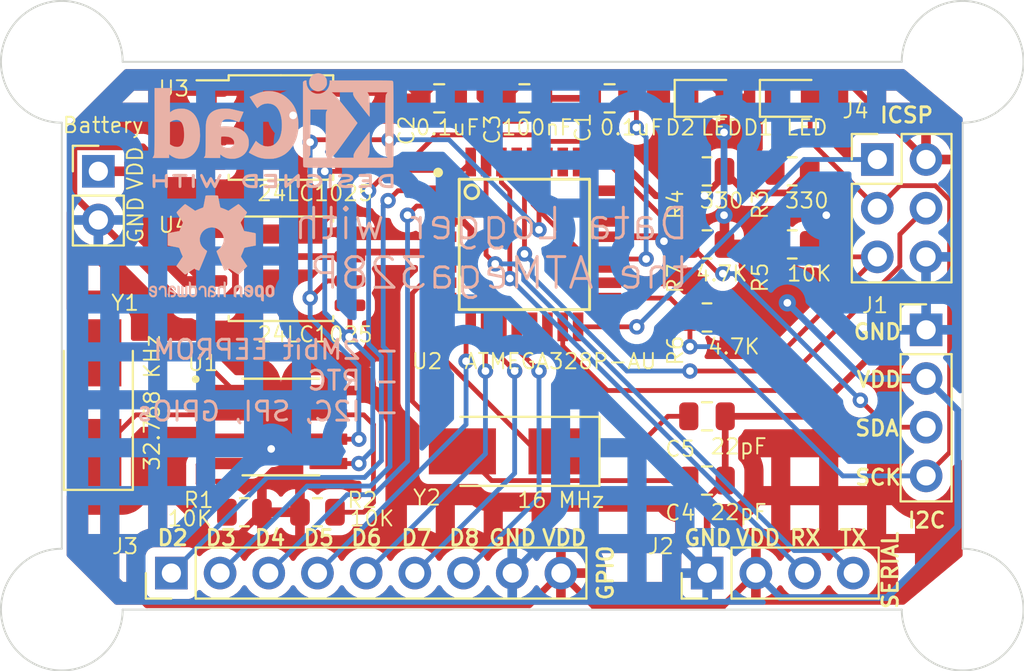
<source format=kicad_pcb>
(kicad_pcb (version 20221018) (generator pcbnew)
  (title_block (title "${project_name}") (date "2023-07-04") (rev "1") (company "Filippo Graziani") (comment 1 "2-Layer PCB Version"))
  (layers (0 "F.Cu" mixed) (31 "B.Cu" mixed) (34 "B.Paste" user) (35 "F.Paste" user) (36 "B.SilkS" user "B.Silkscreen") (37 "F.SilkS" user "F.Silkscreen") (38 "B.Mask" user) (39 "F.Mask" user) (44 "Edge.Cuts" user))
  (property "project_name" "MCU Datalogger with memory and clock")
  (net 0 "")
  (net 1 "/Vcc")
  (net 2 "GND")
  (net 3 "Net-(U2-AREF)")
  (net 4 "Net-(U2-PB6)")
  (net 5 "Net-(U2-PB7)")
  (net 6 "Net-(D1-K)")
  (net 7 "/SCK")
  (net 8 "Net-(D2-K)")
  (net 9 "/SDA")
  (net 10 "/RX")
  (net 11 "/TX")
  (net 12 "/D2")
  (net 13 "/D3")
  (net 14 "/D4")
  (net 15 "/D5")
  (net 16 "/D6")
  (net 17 "/D7")
  (net 18 "/D8")
  (net 19 "/MISO")
  (net 20 "/MOSI")
  (net 21 "/RESET")
  (net 22 "Net-(U1-~{INTA})")
  (net 23 "Net-(U1-SQW{slash}~INT)")
  (net 24 "Net-(U1-X1)")
  (net 25 "Net-(U1-X2)")
  (footprint "Resistor_SMD:R_0805_2012Metric" (layer "F.Cu") (at 161.925 95.25 180)
    (fp_text reference "R6")
    (fp_text value "4.7K")
  )
  (footprint "Connector_PinHeader_2.54mm:PinHeader_1x09_P2.54mm_Vertical" (layer "F.Cu") (at 133.985 108.585 90)
    (fp_text reference "J3")
    (fp_text value "Conn_01x09_Pin" hide)
  )
  (footprint "Resistor_SMD:R_0805_2012Metric" (layer "F.Cu") (at 161.925 87.63)
    (fp_text reference "R4")
    (fp_text value "330")
  )
  (footprint "LED_SMD:LED_0805_2012Metric" (layer "F.Cu") (at 166.37 83.82)
    (fp_text reference "D1")
    (fp_text value "LED")
  )
  (footprint "Connector_PinHeader_2.54mm:PinHeader_2x03_P2.54mm_Vertical" (layer "F.Cu") (at 170.81 87.01)
    (fp_text reference "J4")
    (fp_text value "Conn_02x03_Odd_Even" hide)
  )
  (footprint "Package_SO:SOIC-8_5.23x5.23mm_P1.27mm" (layer "F.Cu") (at 139.7 85.344)
    (fp_text reference "U3")
    (fp_text value "24LC1025")
  )
  (footprint "Capacitor_SMD:C_0805_2012Metric" (layer "F.Cu") (at 152.4 83.82)
    (fp_text reference "C3")
    (fp_text value "100nF")
  )
  (footprint "Crystal:Crystal_SMD_5032-2Pin_5.0x3.2mm_HandSoldering" (layer "F.Cu") (at 130.175 99.695 90)
    (fp_text reference "Y1")
    (fp_text value "32.768 KHz")
  )
  (footprint "Package_SO:SOIC-8_5.23x5.23mm_P1.27mm" (layer "F.Cu") (at 139.7 92.71)
    (fp_text reference "U4")
    (fp_text value "24LC1025")
  )
  (footprint "Connector_PinHeader_2.54mm:PinHeader_1x04_P2.54mm_Vertical" (layer "F.Cu") (at 173.355 95.895)
    (fp_text reference "J1")
    (fp_text value "Conn_01x04_Pin" hide)
  )
  (footprint "ATMEGA328P-AU:QFP80P900X900X120-32N" (layer "F.Cu") (at 152.4 91.44)
    (fp_text reference "U2")
    (fp_text value "ATMEGA328P-AU")
  )
  (footprint "Resistor_SMD:R_0805_2012Metric" (layer "F.Cu") (at 141.605 105.41)
    (fp_text reference "R2")
    (fp_text value "10K")
  )
  (footprint "Capacitor_SMD:C_0805_2012Metric" (layer "F.Cu") (at 161.925 100.4062 180)
    (fp_text reference "C5")
    (fp_text value "22pF")
  )
  (footprint "Crystal:Crystal_SMD_5032-2Pin_5.0x3.2mm_HandSoldering" (layer "F.Cu") (at 151.765 102.235 180)
    (fp_text reference "Y2")
    (fp_text value "16 MHz")
  )
  (footprint "Capacitor_SMD:C_0805_2012Metric" (layer "F.Cu") (at 161.925 103.759 180)
    (fp_text reference "C4")
    (fp_text value "22pF")
  )
  (footprint "Resistor_SMD:R_0805_2012Metric" (layer "F.Cu") (at 166.37 87.63 180)
    (fp_text reference "R3")
    (fp_text value "330")
  )
  (footprint "LED_SMD:LED_0805_2012Metric" (layer "F.Cu") (at 161.925 83.82)
    (fp_text reference "D2")
    (fp_text value "LED")
  )
  (footprint "MountingHole:MountingHole_2.1mm" (layer "F.Cu") (at 128.27 81.915)
    (fp_text reference "H4" hide)
    (fp_text value "MountingHole" hide)
  )
  (footprint "MountingHole:MountingHole_2.1mm" (layer "F.Cu") (at 175.26 81.915)
    (fp_text reference "H3" hide)
    (fp_text value "MountingHole" hide)
  )
  (footprint "Capacitor_SMD:C_0805_2012Metric" (layer "F.Cu") (at 156.845 83.82)
    (fp_text reference "C1")
    (fp_text value "0.1uF")
  )
  (footprint "MountingHole:MountingHole_2.1mm" (layer "F.Cu") (at 175.26 110.49)
    (fp_text reference "H2" hide)
    (fp_text value "MountingHole" hide)
  )
  (footprint "MountingHole:MountingHole_2.1mm" (layer "F.Cu") (at 128.27 110.49)
    (fp_text reference "H1" hide)
    (fp_text value "MountingHole" hide)
  )
  (footprint "Capacitor_SMD:C_0805_2012Metric" (layer "F.Cu") (at 147.955 83.82)
    (fp_text reference "C2")
    (fp_text value "0.1uF")
  )
  (footprint "DS1337S:SOIC127P600X175-8N" (layer "F.Cu") (at 139.7 100.965)
    (fp_text reference "U1")
    (fp_text value "DS1337S+" hide)
  )
  (footprint "Resistor_SMD:R_0805_2012Metric" (layer "F.Cu") (at 166.37 91.44)
    (fp_text reference "R5")
    (fp_text value "10K")
  )
  (footprint "Resistor_SMD:R_0805_2012Metric" (layer "F.Cu") (at 137.795 105.41)
    (fp_text reference "R1")
    (fp_text value "10K")
  )
  (footprint "Connector_PinHeader_2.54mm:PinHeader_1x02_P2.54mm_Vertical" (layer "F.Cu") (at 130.175 87.625)
    (fp_text reference "BT1" hide)
    (fp_text value "Battery")
  )
  (footprint "Connector_PinHeader_2.54mm:PinHeader_1x04_P2.54mm_Vertical" (layer "F.Cu") (at 161.935 108.585 90)
    (fp_text reference "J2")
    (fp_text value "Conn_01x04_Pin" hide)
  )
  (footprint "Resistor_SMD:R_0805_2012Metric" (layer "F.Cu") (at 161.925 91.44 180)
    (fp_text reference "R7")
    (fp_text value "4.7K")
  )
  (footprint "Symbol:OSHW-Logo2_7.3x6mm_SilkScreen" (layer "B.Cu") (at 136.0932 91.6432 180)
    (fp_text reference "REF2" hide)
    (fp_text value "OSHW-Logo2_7.3x6mm_SilkScreen" hide)
  )
  (footprint "Symbol:KiCad-Logo2_5mm_SilkScreen" (layer "B.Cu") (at 139.2936 85.4964 180)
    (fp_text reference "REF1" hide)
    (fp_text value "KiCad-Logo2_5mm_SilkScreen" hide)
  )
  (gr_line (start 175.26 107.315) (end 175.26 85.09) (stroke (width 0.1)) (layer "Edge.Cuts"))
  (gr_line (start 128.27 85.09) (end 128.27 107.315) (stroke (width 0.1)) (layer "Edge.Cuts"))
  (gr_arc (start 128.27 85.09) (mid 126.024936 79.669936) (end 131.445 81.915) (stroke (width 0.1)) (layer "Edge.Cuts"))
  (gr_arc (start 131.445 110.49) (mid 126.024936 112.735064) (end 128.27 107.315) (stroke (width 0.1)) (layer "Edge.Cuts"))
  (gr_arc (start 172.085 81.915) (mid 177.505064 79.669936) (end 175.26 85.09) (stroke (width 0.1)) (layer "Edge.Cuts"))
  (gr_line (start 131.445 110.49) (end 172.085 110.49) (stroke (width 0.1)) (layer "Edge.Cuts"))
  (gr_line (start 172.085 81.915) (end 131.445 81.915) (stroke (width 0.1)) (layer "Edge.Cuts"))
  (gr_arc (start 175.26 107.315) (mid 177.505064 112.735064) (end 172.085 110.49) (stroke (width 0.1)) (layer "Edge.Cuts"))
  (gr_text "Data Logger with\nthe ATMega328P" (at 161.0868 93.8784) (layer "B.SilkS") (effects (font (size 1.6 1.6)) (justify left bottom mirror)))
  (gr_text "- 2Mbit EEPROM\n- RTC\n- I2C, SPI, GPIOs" (at 145.9484 100.7364) (layer "B.SilkS") (effects (font (size 1 1)) (justify left bottom mirror)))
  (gr_text "GND\n" (at 132.588 91.44 90) (layer "F.SilkS") (effects (font (size 0.8 0.8) (thickness 0.1)) (justify left bottom)))
  (gr_text "VDD" (at 163.3474 107.2134) (layer "F.SilkS") (effects (font (size 0.8 0.8)) (justify left bottom)))
  (gr_text "D2" (at 133.1722 107.2134) (layer "F.SilkS") (effects (font (size 0.8 0.8)) (justify left bottom)))
  (gr_text "D3" (at 135.6868 107.2134) (layer "F.SilkS") (effects (font (size 0.8 0.8)) (justify left bottom)))
  (gr_text "GND" (at 160.655 107.2134) (layer "F.SilkS") (effects (font (size 0.8 0.8)) (justify left bottom)))
  (gr_text "SCK" (at 169.5704 104.0638) (layer "F.SilkS") (effects (font (size 0.8 0.8)) (justify left bottom)))
  (gr_text "VDD" (at 169.6466 98.9584) (layer "F.SilkS") (effects (font (size 0.8 0.8)) (justify left bottom)))
  (gr_text "VDD" (at 132.5626 88.6714 90) (layer "F.SilkS") (effects (font (size 0.8 0.8) (thickness 0.1)) (justify left bottom)))
  (gr_text "D8" (at 148.3868 107.2134) (layer "F.SilkS") (effects (font (size 0.8 0.8)) (justify left bottom)))
  (gr_text "RX" (at 166.1668 107.2134) (layer "F.SilkS") (effects (font (size 0.8 0.8)) (justify left bottom)))
  (gr_text "SERIAL" (at 171.958 110.5408 90) (layer "F.SilkS") (effects (font (size 0.8 0.8)) (justify left bottom)))
  (gr_text "TX" (at 168.7576 107.2134) (layer "F.SilkS") (effects (font (size 0.8 0.8)) (justify left bottom)))
  (gr_text "GPIO" (at 157.099 110.0836 90) (layer "F.SilkS") (effects (font (size 0.8 0.8)) (justify left bottom)))
  (gr_text "I2C" (at 172.3136 106.299) (layer "F.SilkS") (effects (font (size 0.8 0.8)) (justify left bottom)))
  (gr_text "GND" (at 150.4696 107.2134) (layer "F.SilkS") (effects (font (size 0.8 0.8)) (justify left bottom)))
  (gr_text "SDA" (at 169.5704 101.4984) (layer "F.SilkS") (effects (font (size 0.8 0.8)) (justify left bottom)))
  (gr_text "D7" (at 145.8976 107.2134) (layer "F.SilkS") (effects (font (size 0.8 0.8)) (justify left bottom)))
  (gr_text "D6" (at 143.2814 107.2134) (layer "F.SilkS") (effects (font (size 0.8 0.8)) (justify left bottom)))
  (gr_text "ICSP" (at 170.8658 85.1662) (layer "F.SilkS") (effects (font (size 0.8 0.8)) (justify left bottom)))
  (gr_text "GND" (at 169.4942 96.4692) (layer "F.SilkS") (effects (font (size 0.8 0.8)) (justify left bottom)))
  (gr_text "VDD" (at 153.2382 107.2134) (layer "F.SilkS") (effects (font (size 0.8 0.8)) (justify left bottom)))
  (gr_text "D4" (at 138.2522 107.2134) (layer "F.SilkS") (effects (font (size 0.8 0.8)) (justify left bottom)))
  (gr_text "D5" (at 140.7922 107.2134) (layer "F.SilkS") (effects (font (size 0.8 0.8)) (justify left bottom)))
  (segment (start 169.035 82.695) (end 173.35 87.01) (width 0.35) (layer "F.Cu") (net 1))
  (segment (start 136.1 83.439) (end 136.1 85.979) (width 0.35) (layer "F.Cu") (net 1))
  (segment (start 130.175 87.625) (end 131.821 87.625) (width 0.35) (layer "F.Cu") (net 1))
  (segment (start 148.155 82.67) (end 150.3 82.67) (width 0.35) (layer "F.Cu") (net 1))
  (segment (start 147.005 83.82) (end 145.989 82.804) (width 0.35) (layer "F.Cu") (net 1))
  (segment (start 132.71 110.236) (end 132.08 109.606) (width 0.35) (layer "F.Cu") (net 1))
  (segment (start 162.814 85.598) (end 162.814 83.8685) (width 0.35) (layer "F.Cu") (net 1))
  (segment (start 163.83 94.2575) (end 162.8375 95.25) (width 0.35) (layer "F.Cu") (net 1))
  (segment (start 143.3 90.805) (end 143.535 91.04) (width 0.35) (layer "F.Cu") (net 1))
  (segment (start 134.875 91.686827) (end 134.875 92.621) (width 0.35) (layer "F.Cu") (net 1))
  (segment (start 136.1 90.805) (end 135.756827 90.805) (width 0.35) (layer "F.Cu") (net 1))
  (segment (start 140.6925 99.955652) (end 140.6925 105.41) (width 0.35) (layer "F.Cu") (net 1))
  (segment (start 132.08 109.606) (end 132.08 107.551) (width 0.35) (layer "F.Cu") (net 1))
  (segment (start 156.028973 110.308973) (end 162.751027 110.308973) (width 0.35) (layer "F.Cu") (net 1))
  (segment (start 147.005 83.82) (end 148.155 82.67) (width 0.35) (layer "F.Cu") (net 1))
  (segment (start 141.588152 99.06) (end 140.6925 99.955652) (width 0.35) (layer "F.Cu") (net 1))
  (segment (start 133.096 106.535) (end 137.5825 106.535) (width 0.35) (layer "F.Cu") (net 1))
  (segment (start 135.001 90.805) (end 136.1 90.805) (width 0.35) (layer "F.Cu") (net 1))
  (segment (start 162.8375 89.9395) (end 162.814 89.916) (width 0.35) (layer "F.Cu") (net 1))
  (segment (start 142.175 99.06) (end 141.588152 99.06) (width 0.35) (layer "F.Cu") (net 1))
  (segment (start 131.821 87.625) (end 135.001 90.805) (width 0.35) (layer "F.Cu") (net 1))
  (segment (start 132.08 107.551) (end 133.096 106.535) (width 0.35) (layer "F.Cu") (net 1))
  (segment (start 152.6 82.67) (end 161.7125 82.67) (width 0.35) (layer "F.Cu") (net 1))
  (segment (start 161.7125 82.67) (end 162.8625 83.82) (width 0.35) (layer "F.Cu") (net 1))
  (segment (start 152.654 110.236) (end 132.71 110.236) (width 0.35) (layer "F.Cu") (net 1))
  (segment (start 135.599 93.345) (end 136.1 93.345) (width 0.35) (layer "F.Cu") (net 1))
  (segment (start 143.935 82.804) (end 143.3 83.439) (width 0.35) (layer "F.Cu") (net 1))
  (segment (start 162.751027 110.308973) (end 164.475 108.585) (width 0.35) (layer "F.Cu") (net 1))
  (segment (start 166.116 92.0985) (end 165.4575 91.44) (width 0.35) (layer "F.Cu") (net 1))
  (segment (start 166.116 94.488) (end 166.116 92.0985) (width 0.35) (layer "F.Cu") (net 1))
  (segment (start 162.8375 91.44) (end 165.4575 91.44) (width 0.35) (layer "F.Cu") (net 1))
  (segment (start 136.1 83.439) (end 143.3 83.439) (width 0.35) (layer "F.Cu") (net 1))
  (segment (start 162.814 83.8685) (end 162.8625 83.82) (width 0.35) (layer "F.Cu") (net 1))
  (segment (start 162.8375 91.44) (end 163.83 92.4325) (width 0.35) (layer "F.Cu") (net 1))
  (segment (start 145.989 82.804) (end 143.935 82.804) (width 0.35) (layer "F.Cu") (net 1))
  (segment (start 163.83 92.4325) (end 163.83 94.2575) (width 0.35) (layer "F.Cu") (net 1))
  (segment (start 143.535 91.04) (end 148.1 91.04) (width 0.35) (layer "F.Cu") (net 1))
  (segment (start 162.814 95.25) (end 161.004 93.44) (width 0.35) (layer "F.Cu") (net 1))
  (segment (start 140.6925 105.41) (end 138.7075 105.41) (width 0.35) (layer "F.Cu") (net 1))
  (segment (start 135.756827 90.805) (end 134.875 91.686827) (width 0.35) (layer "F.Cu") (net 1))
  (segment (start 163.9875 82.695) (end 169.035 82.695) (width 0.35) (layer "F.Cu") (net 1))
  (segment (start 162.8375 91.44) (end 162.8375 89.9395) (width 0.35) (layer "F.Cu") (net 1))
  (segment (start 136.1 90.805) (end 143.3 90.805) (width 0.35) (layer "F.Cu") (net 1))
  (segment (start 151.45 83.82) (end 152.6 82.67) (width 0.35) (layer "F.Cu") (net 1))
  (segment (start 162.8625 83.82) (end 163.9875 82.695) (width 0.35) (layer "F.Cu") (net 1))
  (segment (start 154.305 108.585) (end 156.028973 110.308973) (width 0.35) (layer "F.Cu") (net 1))
  (segment (start 137.5825 106.535) (end 138.7075 105.41) (width 0.35) (layer "F.Cu") (net 1))
  (segment (start 134.875 92.621) (end 135.599 93.345) (width 0.35) (layer "F.Cu") (net 1))
  (segment (start 162.8375 95.25) (end 162.814 95.25) (width 0.35) (layer "F.Cu") (net 1))
  (segment (start 150.3 82.67) (end 151.45 83.82) (width 0.35) (layer "F.Cu") (net 1))
  (segment (start 161.004 93.44) (end 156.7 93.44) (width 0.35) (layer "F.Cu") (net 1))
  (segment (start 154.305 108.585) (end 152.654 110.236) (width 0.35) (layer "F.Cu") (net 1))
  (via (at 166.116 94.488) (size 0.9) (drill 0.4) (layers "F.Cu" "B.Cu") (net 1))
  (via (at 162.814 89.916) (size 0.9) (drill 0.4) (layers "F.Cu" "B.Cu") (net 1))
  (via (at 162.814 85.598) (size 0.9) (drill 0.4) (layers "F.Cu" "B.Cu") (net 1))
  (segment (start 171.318 109.86) (end 175.006 106.172) (width 0.35) (layer "B.Cu") (net 1))
  (segment (start 175.006 100.086) (end 173.355 98.435) (width 0.35) (layer "B.Cu") (net 1))
  (segment (start 173.355 98.435) (end 170.063 98.435) (width 0.35) (layer "B.Cu") (net 1))
  (segment (start 165.75 109.86) (end 171.318 109.86) (width 0.35) (layer "B.Cu") (net 1))
  (segment (start 162.814 89.916) (end 162.814 85.598) (width 0.35) (layer "B.Cu") (net 1))
  (segment (start 170.063 98.435) (end 166.116 94.488) (width 0.35) (layer "B.Cu") (net 1))
  (segment (start 175.006 106.172) (end 175.006 100.086) (width 0.35) (layer "B.Cu") (net 1))
  (segment (start 164.475 108.585) (end 165.75 109.86) (width 0.35) (layer "B.Cu") (net 1))
  (segment (start 130.175 90.165) (end 134.625 94.615) (width 0.35) (layer "F.Cu") (net 2))
  (segment (start 132.493528 86.35) (end 133.392528 87.249) (width 0.35) (layer "F.Cu") (net 2))
  (segment (start 168.148 88.4955) (end 167.2825 87.63) (width 0.35) (layer "F.Cu") (net 2))
  (segment (start 147.755 84.97) (end 148.905 83.82) (width 0.35) (layer "F.Cu") (net 2))
  (segment (start 143.3 84.709) (end 143.561 84.97) (width 0.35) (layer "F.Cu") (net 2))
  (segment (start 162.875 100.4062) (end 162.875 103.759) (width 0.35) (layer "F.Cu") (net 2))
  (segment (start 155.895 85.544682) (end 159.250318 88.9) (width 0.35) (layer "F.Cu") (net 2))
  (segment (start 162.8375 87.63) (end 162.8375 87.8605) (width 0.35) (layer "F.Cu") (net 2))
  (segment (start 163.9625 88.755) (end 166.1575 88.755) (width 0.35) (layer "F.Cu") (net 2))
  (segment (start 166.1575 88.755) (end 167.2825 87.63) (width 0.35) (layer "F.Cu") (net 2))
  (segment (start 128.9 88.89) (end 128.9 86.35) (width 0.35) (layer "F.Cu") (net 2))
  (segment (start 153.35 83.82) (end 155.895 83.82) (width 0.35) (layer "F.Cu") (net 2))
  (segment (start 136.525 92.075) (end 136.1 92.075) (width 0.35) (layer "F.Cu") (net 2))
  (segment (start 136.1 92.075) (end 143.3 92.075) (width 0.35) (layer "F.Cu") (net 2))
  (segment (start 159.250318 88.9) (end 161.798 88.9) (width 0.35) (layer "F.Cu") (net 2))
  (segment (start 140.335 84.709) (end 143.3 84.709) (width 0.35) (layer "F.Cu") (net 2))
  (segment (start 133.392528 87.249) (end 136.1 87.249) (width 0.35) (layer "F.Cu") (net 2))
  (segment (start 149.606 90.646) (end 149.606 91.434) (width 0.35) (layer "F.Cu") (net 2))
  (segment (start 149.606 91.434) (end 149.2 91.84) (width 0.35) (layer "F.Cu") (net 2))
  (segment (start 136.443173 94.615) (end 137.325 93.733173) (width 0.35) (layer "F.Cu") (net 2))
  (segment (start 128.9 86.35) (end 132.493528 86.35) (width 0.35) (layer "F.Cu") (net 2))
  (segment (start 134.625 94.615) (end 136.1 94.615) (width 0.35) (layer "F.Cu") (net 2))
  (segment (start 137.325 93.733173) (end 137.325 92.875) (width 0.35) (layer "F.Cu") (net 2))
  (segment (start 149.2 91.84) (end 148.1 91.84) (width 0.35) (layer "F.Cu") (net 2))
  (segment (start 155.895 83.82) (end 155.895 85.544682) (width 0.35) (layer "F.Cu") (net 2))
  (segment (start 143.3 92.075) (end 143.535 91.84) (width 0.35) (layer "F.Cu") (net 2))
  (segment (start 137.225 102.87) (end 138.43 102.87) (width 0.35) (layer "F.Cu") (net 2))
  (segment (start 159.67924 91.27276) (end 159.44648 91.04) (width 0.35) (layer "F.Cu") (net 2))
  (segment (start 143.561 84.97) (end 147.755 84.97) (width 0.35) (layer "F.Cu") (net 2))
  (segment (start 130.175 90.165) (end 128.9 88.89) (width 0.35) (layer "F.Cu") (net 2))
  (segment (start 168.148 89.916) (end 168.148 88.4955) (width 0.35) (layer "F.Cu") (net 2))
  (segment (start 161.935 104.699) (end 161.935 108.585) (width 0.35) (layer "F.Cu") (net 2))
  (segment (start 149.2 90.24) (end 149.606 90.646) (width 0.35) (layer "F.Cu") (net 2))
  (segment (start 138.43 102.87) (end 139.192 102.108) (width 0.35) (layer "F.Cu") (net 2))
  (segment (start 143.535 91.84) (end 148.1 91.84) (width 0.35) (layer "F.Cu") (net 2))
  (segment (start 159.44648 91.04) (end 156.7 91.04) (width 0.35) (layer "F.Cu") (net 2))
  (segment (start 173.355 95.895) (end 171.821 95.895) (width 0.35) (layer "F.Cu") (net 2))
  (segment (start 136.1 94.615) (end 136.443173 94.615) (width 0.35) (layer "F.Cu") (net 2))
  (segment (start 162.8375 87.63) (end 163.9625 88.755) (width 0.35) (layer "F.Cu") (net 2))
  (segment (start 148.905 83.82) (end 150.055 84.97) (width 0.35) (layer "F.Cu") (net 2))
  (segment (start 162.875 100.4062) (end 167.3098 100.4062) (width 0.35) (layer "F.Cu") (net 2))
  (segment (start 137.325 92.875) (end 136.525 92.075) (width 0.35) (layer "F.Cu") (net 2))
  (segment (start 162.8375 87.8605) (end 161.798 88.9) (width 0.35) (layer "F.Cu") (net 2))
  (segment (start 167.3098 100.4062) (end 171.821 95.895) (width 0.35) (layer "F.Cu") (net 2))
  (segment (start 148.1 90.24) (end 149.2 90.24) (width 0.35) (layer "F.Cu") (net 2))
  (segment (start 152.2 84.97) (end 153.35 83.82) (width 0.35) (layer "F.Cu") (net 2))
  (segment (start 162.875 103.759) (end 161.935 104.699) (width 0.35) (layer "F.Cu") (net 2))
  (segment (start 150.055 84.97) (end 152.2 84.97) (width 0.35) (layer "F.Cu") (net 2))
  (via (at 140.335 84.709) (size 0.9) (drill 0.4) (layers "F.Cu" "B.Cu") (net 2))
  (via (at 161.798 88.9) (size 0.9) (drill 0.4) (layers "F.Cu" "B.Cu") (net 2))
  (via (at 159.67924 91.27276) (size 0.9) (drill 0.4) (layers "F.Cu" "B.Cu") (net 2))
  (via (at 139.192 102.108) (size 0.9) (drill 0.4) (layers "F.Cu" "B.Cu") (net 2))
  (via (at 168.148 89.916) (size 0.9) (drill 0.4) (layers "F.Cu" "B.Cu") (net 2))
  (segment (start 159.67924 91.27276) (end 159.67924 91.01876) (width 0.35) (layer "B.Cu") (net 2))
  (segment (start 151.765 108.585) (end 153.04 107.31) (width 0.35) (layer "B.Cu") (net 2))
  (segment (start 153.04 107.31) (end 160.66 107.31) (width 0.35) (layer "B.Cu") (net 2))
  (segment (start 160.66 107.31) (end 161.935 108.585) (width 0.35) (layer "B.Cu") (net 2))
  (segment (start 158.75 92.202) (end 157.775 92.202) (width 0.25) (layer "F.Cu") (net 3))
  (segment (start 157.795 83.82) (end 158.242 84.267) (width 0.25) (layer "F.Cu") (net 3))
  (segment (start 157.413 91.84) (end 156.7 91.84) (width 0.25) (layer "F.Cu") (net 3))
  (segment (start 157.775 92.202) (end 157.413 91.84) (width 0.25) (layer "F.Cu") (net 3))
  (segment (start 158.242 84.267) (end 158.242 85.344) (width 0.25) (layer "F.Cu") (net 3))
  (via (at 158.242 85.344) (size 0.8) (drill 0.4) (layers "F.Cu" "B.Cu") (net 3))
  (via (at 158.75 92.202) (size 0.8) (drill 0.4) (layers "F.Cu" "B.Cu") (net 3))
  (segment (start 158.75 92.202) (end 158.75 85.852) (width 0.25) (layer "B.Cu") (net 3))
  (segment (start 158.75 85.852) (end 158.242 85.344) (width 0.25) (layer "B.Cu") (net 3))
  (segment (start 149.165 102.235) (end 146.558 99.628) (width 0.25) (layer "F.Cu") (net 4))
  (segment (start 147.1 93.44) (end 148.1 93.44) (width 0.25) (layer "F.Cu") (net 4))
  (segment (start 160.975 103.759) (end 160.974 103.76) (width 0.25) (layer "F.Cu") (net 4))
  (segment (start 146.558 93.982) (end 147.1 93.44) (width 0.25) (layer "F.Cu") (net 4))
  (segment (start 160.974 103.76) (end 150.69 103.76) (width 0.25) (layer "F.Cu") (net 4))
  (segment (start 146.558 99.628) (end 146.558 93.982) (width 0.25) (layer "F.Cu") (net 4))
  (segment (start 150.69 103.76) (end 149.165 102.235) (width 0.25) (layer "F.Cu") (net 4))
  (segment (start 160.975 100.4062) (end 159.8828 100.4062) (width 0.25) (layer "F.Cu") (net 5))
  (segment (start 153.035 102.235) (end 148.1 97.3) (width 0.25) (layer "F.Cu") (net 5))
  (segment (start 159.8828 100.4062) (end 158.054 102.235) (width 0.25) (layer "F.Cu") (net 5))
  (segment (start 148.1 97.3) (end 148.1 94.24) (width 0.25) (layer "F.Cu") (net 5))
  (segment (start 158.054 102.235) (end 154.365 102.235) (width 0.25) (layer "F.Cu") (net 5))
  (segment (start 154.365 102.235) (end 153.035 102.235) (width 0.25) (layer "F.Cu") (net 5))
  (segment (start 165.4575 87.63) (end 165.4575 83.845) (width 0.25) (layer "F.Cu") (net 6))
  (segment (start 165.4575 83.845) (end 165.4325 83.82) (width 0.25) (layer "F.Cu") (net 6))
  (segment (start 153.035 89.535) (end 155.575 92.075) (width 0.25) (layer "F.Cu") (net 7))
  (segment (start 152.8 87.14) (end 152.853958 87.193958) (width 0.25) (layer "F.Cu") (net 7))
  (segment (start 174.58 102.29) (end 174.58 89.118299) (width 0.25) (layer "F.Cu") (net 7))
  (segment (start 161.036 95.2735) (end 161.0125 95.25) (width 0.25) (layer "F.Cu") (net 7))
  (segment (start 161.0125 95.25) (end 160.0025 94.24) (width 0.25) (layer "F.Cu") (net 7))
  (segment (start 170.81 89.55) (end 167.3075 86.0475) (width 0.25) (layer "F.Cu") (net 7))
  (segment (start 155.575 94.09) (end 155.725 94.24) (width 0.25) (layer "F.Cu") (net 7))
  (segment (start 141.224 86.106) (end 141.351 85.979) (width 0.25) (layer "F.Cu") (net 7))
  (segment (start 171.985 88.375) (end 170.81 89.55) (width 0.25) (layer "F.Cu") (net 7))
  (segment (start 153.162 90.678) (end 153.162 89.662) (width 0.25) (layer "F.Cu") (net 7))
  (segment (start 161.036 96.774) (end 161.036 95.2735) (width 0.25) (layer "F.Cu") (net 7))
  (segment (start 167.3075 86.0475) (end 167.3075 83.82) (width 0.25) (layer "F.Cu") (net 7))
  (segment (start 152.853958 89.353958) (end 153.035 89.535) (width 0.25) (layer "F.Cu") (net 7))
  (segment (start 141.351 85.979) (end 143.3 85.979) (width 0.25) (layer "F.Cu") (net 7))
  (segment (start 141.224 94.234) (end 142.113 93.345) (width 0.25) (layer "F.Cu") (net 7))
  (segment (start 153.162 89.662) (end 153.035 89.535) (width 0.25) (layer "F.Cu") (net 7))
  (segment (start 152.853958 87.193958) (end 152.853958 89.353958) (width 0.25) (layer "F.Cu") (net 7))
  (segment (start 160.0025 94.24) (end 156.7 94.24) (width 0.25) (layer "F.Cu") (net 7))
  (segment (start 173.355 103.515) (end 174.58 102.29) (width 0.25) (layer "F.Cu") (net 7))
  (segment (start 155.725 94.24) (end 156.7 94.24) (width 0.25) (layer "F.Cu") (net 7))
  (segment (start 155.575 92.075) (end 155.575 94.09) (width 0.25) (layer "F.Cu") (net 7))
  (segment (start 142.175 101.6) (end 143.764 101.6) (width 0.25) (layer "F.Cu") (net 7))
  (segment (start 173.836701 88.375) (end 171.985 88.375) (width 0.25) (layer "F.Cu") (net 7))
  (segment (start 174.58 89.118299) (end 173.836701 88.375) (width 0.25) (layer "F.Cu") (net 7))
  (segment (start 142.113 93.345) (end 143.3 93.345) (width 0.25) (layer "F.Cu") (net 7))
  (segment (start 145.3388 85.979) (end 143.3 85.979) (width 0.25) (layer "F.Cu") (net 7))
  (via (at 143.764 101.6) (size 0.8) (drill 0.4) (layers "F.Cu" "B.Cu") (net 7))
  (via (at 141.224 94.234) (size 0.8) (drill 0.4) (layers "F.Cu" "B.Cu") (net 7))
  (via (at 145.3388 85.979) (size 0.8) (drill 0.4) (layers "F.Cu" "B.Cu") (net 7))
  (via (at 161.036 96.774) (size 0.8) (drill 0.4) (layers "F.Cu" "B.Cu") (net 7))
  (via (at 141.224 86.106) (size 0.8) (drill 0.4) (layers "F.Cu" "B.Cu") (net 7))
  (via (at 153.162 90.678) (size 0.8) (drill 0.4) (layers "F.Cu" "B.Cu") (net 7))
  (segment (start 148.463 85.979) (end 153.162 90.678) (width 0.25) (layer "B.Cu") (net 7))
  (segment (start 141.224 95.25) (end 141.224 94.234) (width 0.25) (layer "B.Cu") (net 7))
  (segment (start 141.224 94.234) (end 141.224 86.106) (width 0.25) (layer "B.Cu") (net 7))
  (segment (start 162.2685 96.774) (end 169.0095 103.515) (width 0.25) (layer "B.Cu") (net 7))
  (segment (start 169.0095 103.515) (end 173.355 103.515) (width 0.25) (layer "B.Cu") (net 7))
  (segment (start 143.764 101.6) (end 143.764 97.79) (width 0.25) (layer "B.Cu") (net 7))
  (segment (start 145.3388 85.979) (end 148.463 85.979) (width 0.25) (layer "B.Cu") (net 7))
  (segment (start 161.036 96.774) (end 162.2685 96.774) (width 0.25) (layer "B.Cu") (net 7))
  (segment (start 143.764 97.79) (end 141.224 95.25) (width 0.25) (layer "B.Cu") (net 7))
  (segment (start 161.0125 87.63) (end 161.0125 83.845) (width 0.25) (layer "F.Cu") (net 8))
  (segment (start 161.0125 83.845) (end 160.9875 83.82) (width 0.25) (layer "F.Cu") (net 8))
  (segment (start 162.7515 92.964) (end 162.5365 92.964) (width 0.25) (layer "F.Cu") (net 9))
  (segment (start 143.3 96.222) (end 143.3 94.615) (width 0.25) (layer "F.Cu") (net 9))
  (segment (start 143.260299 96.261701) (end 143.3 96.222) (width 0.25) (layer "F.Cu") (net 9))
  (segment (start 162.5365 92.964) (end 161.0125 91.44) (width 0.25) (layer "F.Cu") (net 9))
  (segment (start 147.8026 85.725) (end 152.9396 85.725) (width 0.25) (layer "F.Cu") (net 9))
  (segment (start 152.9396 85.725) (end 153.6 86.3854) (width 0.25) (layer "F.Cu") (net 9))
  (segment (start 141.986 87.63) (end 142.919 87.63) (width 0.25) (layer "F.Cu") (net 9))
  (segment (start 153.6 86.3854) (end 153.6 87.14) (width 0.25) (layer "F.Cu") (net 9))
  (segment (start 155.6375 86.065) (end 153.711 86.065) (width 0.25) (layer "F.Cu") (net 9))
  (segment (start 173.355 100.975) (end 171.333 100.975) (width 0.25) (layer "F.Cu") (net 9))
  (segment (start 143.3 87.249) (end 143.4198 87.1292) (width 0.25) (layer "F.Cu") (net 9))
  (segment (start 161.0125 91.44) (end 155.6375 86.065) (width 0.25) (layer "F.Cu") (net 9))
  (segment (start 142.175 102.87) (end 143.764 102.87) (width 0.25) (layer "F.Cu") (net 9))
  (segment (start 143.4198 87.1292) (end 146.3984 87.1292) (width 0.25) (layer "F.Cu") (net 9))
  (segment (start 153.6 86.176) (end 153.6 87.14) (width 0.25) (layer "F.Cu") (net 9))
  (segment (start 171.333 100.975) (end 169.926 99.568) (width 0.25) (layer "F.Cu") (net 9))
  (segment (start 142.919 87.63) (end 143.3 87.249) (width 0.25) (layer "F.Cu") (net 9))
  (segment (start 153.711 86.065) (end 153.6 86.176) (width 0.25) (layer "F.Cu") (net 9))
  (segment (start 146.3984 87.1292) (end 147.8026 85.725) (width 0.25) (layer "F.Cu") (net 9))
  (via (at 141.986 87.63) (size 0.8) (drill 0.4) (layers "F.Cu" "B.Cu") (net 9))
  (via (at 143.764 102.87) (size 0.8) (drill 0.4) (layers "F.Cu" "B.Cu") (net 9))
  (via (at 143.260299 96.261701) (size 0.8) (drill 0.4) (layers "F.Cu" "B.Cu") (net 9))
  (via (at 162.7515 92.964) (size 0.8) (drill 0.4) (layers "F.Cu" "B.Cu") (net 9))
  (via (at 169.926 99.568) (size 0.8) (drill 0.4) (layers "F.Cu" "B.Cu") (net 9))
  (segment (start 162.7515 92.964) (end 163.322 92.964) (width 0.25) (layer "B.Cu") (net 9))
  (segment (start 141.986 94.987402) (end 141.986 87.63) (width 0.25) (layer "B.Cu") (net 9))
  (segment (start 144.489 102.145) (end 143.764 102.87) (width 0.25) (layer "B.Cu") (net 9))
  (segment (start 144.489 97.490402) (end 144.489 102.145) (width 0.25) (layer "B.Cu") (net 9))
  (segment (start 143.260299 96.261701) (end 141.986 94.987402) (width 0.25) (layer "B.Cu") (net 9))
  (segment (start 143.260299 96.261701) (end 144.489 97.490402) (width 0.25) (layer "B.Cu") (net 9))
  (segment (start 163.322 92.964) (end 169.926 99.568) (width 0.25) (layer "B.Cu") (net 9))
  (segment (start 151.2 88.208) (end 151.2 87.14) (width 0.25) (layer "F.Cu") (net 10))
  (segment (start 151.638 93.218) (end 151.638 88.646) (width 0.25) (layer "F.Cu") (net 10))
  (segment (start 151.638 88.646) (end 151.2 88.208) (width 0.25) (layer "F.Cu") (net 10))
  (via (at 151.638 93.218) (size 0.8) (drill 0.4) (layers "F.Cu" "B.Cu") (net 10))
  (segment (start 151.648 93.218) (end 167.015 108.585) (width 0.25) (layer "B.Cu") (net 10))
  (segment (start 151.638 93.218) (end 151.648 93.218) (width 0.25) (layer "B.Cu") (net 10))
  (segment (start 150.876 92.456) (end 150.4 91.98) (width 0.25) (layer "F.Cu") (net 11))
  (segment (start 150.4 91.98) (end 150.4 87.14) (width 0.25) (layer "F.Cu") (net 11))
  (via (at 150.876 92.456) (size 0.8) (drill 0.4) (layers "F.Cu" "B.Cu") (net 11))
  (segment (start 166.476396 107.41) (end 152.363 93.296604) (width 0.25) (layer "B.Cu") (net 11))
  (segment (start 151.901305 92.456) (end 150.876 92.456) (width 0.25) (layer "B.Cu") (net 11))
  (segment (start 169.555 108.585) (end 168.38 107.41) (width 0.25) (layer "B.Cu") (net 11))
  (segment (start 168.38 107.41) (end 166.476396 107.41) (width 0.25) (layer "B.Cu") (net 11))
  (segment (start 152.363 93.296604) (end 152.363 92.917695) (width 0.25) (layer "B.Cu") (net 11))
  (segment (start 152.363 92.917695) (end 151.901305 92.456) (width 0.25) (layer "B.Cu") (net 11))
  (segment (start 149.1608 87.5792) (end 149.6 87.14) (width 0.25) (layer "F.Cu") (net 12))
  (segment (start 145.3388 87.5792) (end 149.1608 87.5792) (width 0.25) (layer "F.Cu") (net 12))
  (segment (start 144.272 88.646) (end 145.3388 87.5792) (width 0.25) (layer "F.Cu") (net 12))
  (via (at 144.272 88.646) (size 0.8) (drill 0.4) (layers "F.Cu" "B.Cu") (net 12))
  (segment (start 144.939 102.720305) (end 144.064305 103.595) (width 0.25) (layer "B.Cu") (net 12))
  (segment (start 144.064305 103.595) (end 138.975 103.595) (width 0.25) (layer "B.Cu") (net 12))
  (segment (start 144.939 97.304006) (end 144.939 102.720305) (width 0.25) (layer "B.Cu") (net 12))
  (segment (start 144.272 96.637006) (end 144.939 97.304006) (width 0.25) (layer "B.Cu") (net 12))
  (segment (start 144.272 88.646) (end 144.272 96.637006) (width 0.25) (layer "B.Cu") (net 12))
  (segment (start 138.975 103.595) (end 133.985 108.585) (width 0.25) (layer "B.Cu") (net 12))
  (segment (start 145.802 88.64) (end 148.1 88.64) (width 0.25) (layer "F.Cu") (net 13))
  (segment (start 145.288 89.154) (end 145.802 88.64) (width 0.25) (layer "F.Cu") (net 13))
  (via (at 145.288 89.154) (size 0.8) (drill 0.4) (layers "F.Cu" "B.Cu") (net 13))
  (segment (start 145.288 89.154) (end 145.034 89.408) (width 0.25) (layer "B.Cu") (net 13))
  (segment (start 145.034 96.76261) (end 145.389 97.11761) (width 0.25) (layer "B.Cu") (net 13))
  (segment (start 144.367 104.045) (end 141.065 104.045) (width 0.25) (layer "B.Cu") (net 13))
  (segment (start 141.065 104.045) (end 136.525 108.585) (width 0.25) (layer "B.Cu") (net 13))
  (segment (start 145.389 97.11761) (end 145.389 103.023) (width 0.25) (layer "B.Cu") (net 13))
  (segment (start 145.034 89.408) (end 145.034 96.76261) (width 0.25) (layer "B.Cu") (net 13))
  (segment (start 145.389 103.023) (end 144.367 104.045) (width 0.25) (layer "B.Cu") (net 13))
  (segment (start 146.78 89.44) (end 148.1 89.44) (width 0.25) (layer "F.Cu") (net 14))
  (segment (start 146.304 89.916) (end 146.78 89.44) (width 0.25) (layer "F.Cu") (net 14))
  (via (at 146.304 89.916) (size 0.8) (drill 0.4) (layers "F.Cu" "B.Cu") (net 14))
  (segment (start 146.304 89.916) (end 146.304 102.744396) (width 0.25) (layer "B.Cu") (net 14))
  (segment (start 146.304 102.744396) (end 144.553396 104.495) (width 0.25) (layer "B.Cu") (net 14))
  (segment (start 144.553396 104.495) (end 143.155 104.495) (width 0.25) (layer "B.Cu") (net 14))
  (segment (start 143.155 104.495) (end 139.065 108.585) (width 0.25) (layer "B.Cu") (net 14))
  (segment (start 149.356299 97.531701) (end 149.356299 95.983701) (width 0.25) (layer "F.Cu") (net 15))
  (segment (start 149.356299 95.983701) (end 149.6 95.74) (width 0.25) (layer "F.Cu") (net 15))
  (via (at 149.356299 97.531701) (size 0.8) (drill 0.4) (layers "F.Cu" "B.Cu") (net 15))
  (segment (start 149.356299 100.833701) (end 149.356299 97.531701) (width 0.25) (layer "B.Cu") (net 15))
  (segment (start 141.605 108.585) (end 149.356299 100.833701) (width 0.25) (layer "B.Cu") (net 15))
  (segment (start 150.368 95.772) (end 150.4 95.74) (width 0.25) (layer "F.Cu") (net 16))
  (segment (start 150.368 98.044) (end 150.368 95.772) (width 0.25) (layer "F.Cu") (net 16))
  (via (at 150.368 98.044) (size 0.8) (drill 0.4) (layers "F.Cu" "B.Cu") (net 16))
  (segment (start 150.368 102.362) (end 144.145 108.585) (width 0.25) (layer "B.Cu") (net 16))
  (segment (start 150.368 98.044) (end 150.368 102.362) (width 0.25) (layer "B.Cu") (net 16))
  (segment (start 151.2 97.352) (end 151.2 95.74) (width 0.25) (layer "F.Cu") (net 17))
  (segment (start 151.892 98.044) (end 151.2 97.352) (width 0.25) (layer "F.Cu") (net 17))
  (via (at 151.892 98.044) (size 0.8) (drill 0.4) (layers "F.Cu" "B.Cu") (net 17))
  (segment (start 151.892 103.378) (end 151.892 98.044) (width 0.25) (layer "B.Cu") (net 17))
  (segment (start 146.685 108.585) (end 151.892 103.378) (width 0.25) (layer "B.Cu") (net 17))
  (segment (start 153.162 98.044) (end 152 96.882) (width 0.25) (layer "F.Cu") (net 18))
  (segment (start 152 96.882) (end 152 95.74) (width 0.25) (layer "F.Cu") (net 18))
  (via (at 153.162 98.044) (size 0.8) (drill 0.4) (layers "F.Cu" "B.Cu") (net 18))
  (segment (start 153.162 104.648) (end 153.162 98.044) (width 0.25) (layer "B.Cu") (net 18))
  (segment (start 149.225 108.585) (end 153.162 104.648) (width 0.25) (layer "B.Cu") (net 18))
  (segment (start 158.26 95.74) (end 155.2 95.74) (width 0.25) (layer "F.Cu") (net 19))
  (via (at 158.26 95.74) (size 0.8) (drill 0.4) (layers "F.Cu" "B.Cu") (net 19))
  (segment (start 166.99 87.01) (end 170.81 87.01) (width 0.25) (layer "B.Cu") (net 19))
  (segment (start 158.26 95.74) (end 166.99 87.01) (width 0.25) (layer "B.Cu") (net 19))
  (segment (start 173.35 89.55) (end 171.985 90.915) (width 0.25) (layer "F.Cu") (net 20))
  (segment (start 154.4 96.74) (end 154.4 95.74) (width 0.25) (layer "F.Cu") (net 20))
  (segment (start 156.72 99.06) (end 154.4 96.74) (width 0.25) (layer "F.Cu") (net 20))
  (segment (start 171.985 92.576701) (end 165.501701 99.06) (width 0.25) (layer "F.Cu") (net 20))
  (segment (start 165.501701 99.06) (end 156.72 99.06) (width 0.25) (layer "F.Cu") (net 20))
  (segment (start 171.985 90.915) (end 171.985 92.576701) (width 0.25) (layer "F.Cu") (net 20))
  (segment (start 152.403958 88.543958) (end 152 88.14) (width 0.25) (layer "F.Cu") (net 21))
  (segment (start 167.9325 92.09) (end 170.81 92.09) (width 0.25) (layer "F.Cu") (net 21))
  (segment (start 164.856 98.044) (end 170.81 92.09) (width 0.25) (layer "F.Cu") (net 21))
  (segment (start 152 88.14) (end 152 87.14) (width 0.25) (layer "F.Cu") (net 21))
  (segment (start 152.403958 91.934232) (end 152.403958 88.543958) (width 0.25) (layer "F.Cu") (net 21))
  (segment (start 167.2825 91.44) (end 167.9325 92.09) (width 0.25) (layer "F.Cu") (net 21))
  (segment (start 161.036 98.044) (end 164.856 98.044) (width 0.25) (layer "F.Cu") (net 21))
  (via (at 161.036 98.044) (size 0.8) (drill 0.4) (layers "F.Cu" "B.Cu") (net 21))
  (via (at 152.403958 91.934232) (size 0.8) (drill 0.4) (layers "F.Cu" "B.Cu") (net 21))
  (segment (start 152.813 93.110208) (end 152.813 92.343274) (width 0.25) (layer "B.Cu") (net 21))
  (segment (start 161.036 98.044) (end 157.746792 98.044) (width 0.25) (layer "B.Cu") (net 21))
  (segment (start 152.813 92.343274) (end 152.403958 91.934232) (width 0.25) (layer "B.Cu") (net 21))
  (segment (start 157.746792 98.044) (end 152.813 93.110208) (width 0.25) (layer "B.Cu") (net 21))
  (segment (start 136.8825 105.41) (end 135.382 103.9095) (width 0.25) (layer "F.Cu") (net 22))
  (segment (start 135.382 103.9095) (end 135.382 102.926863) (width 0.25) (layer "F.Cu") (net 22))
  (segment (start 136.708863 101.6) (end 137.225 101.6) (width 0.25) (layer "F.Cu") (net 22))
  (segment (start 135.382 102.926863) (end 136.708863 101.6) (width 0.25) (layer "F.Cu") (net 22))
  (segment (start 144.526 100.838) (end 144.526 104.902) (width 0.25) (layer "F.Cu") (net 23))
  (segment (start 144.018 100.33) (end 144.526 100.838) (width 0.25) (layer "F.Cu") (net 23))
  (segment (start 144.018 105.41) (end 142.5175 105.41) (width 0.25) (layer "F.Cu") (net 23))
  (segment (start 142.175 100.33) (end 144.018 100.33) (width 0.25) (layer "F.Cu") (net 23))
  (segment (start 144.526 104.902) (end 144.018 105.41) (width 0.25) (layer "F.Cu") (net 23))
  (segment (start 130.175 97.095) (end 135.26 97.095) (width 0.25) (layer "F.Cu") (net 24))
  (segment (start 135.26 97.095) (end 137.225 99.06) (width 0.25) (layer "F.Cu") (net 24))
  (segment (start 130.175 102.295) (end 132.14 100.33) (width 0.25) (layer "F.Cu") (net 25))
  (segment (start 132.14 100.33) (end 137.225 100.33) (width 0.25) (layer "F.Cu") (net 25))
  (zone (net 1) (net_name "/Vcc") (layer "F.Cu") (connect_pads (clearance 0.5)) (min_thickness 0.25) (fill yes (mode hatch) (thermal_gap 0.5) (thermal_bridge_width 0.5) (hatch_thickness 1) (hatch_gap 1.5) (hatch_orientation 0) (hatch_border_algorithm hatch_thickness) (hatch_min_hole_area 0.3))
    (polygon (pts (xy 172.212 82.296) (xy 131.572 82.296) (xy 128.524 85.344) (xy 128.524 107.696) (xy 131.064 110.236) (xy 172.212 110.236) (xy 175.26 107.696) (xy 175.26 84.836)))
  )
  (zone (net 2) (net_name "GND") (layer "B.Cu") (connect_pads (clearance 0.5)) (min_thickness 0.25) (fill yes (mode hatch) (thermal_gap 0.5) (thermal_bridge_width 0.5) (hatch_thickness 1) (hatch_gap 1.5) (hatch_orientation 0) (hatch_border_algorithm hatch_thickness) (hatch_min_hole_area 0.3))
    (polygon (pts (xy 172.212 82.296) (xy 131.572 82.296) (xy 128.524 85.344) (xy 128.524 107.696) (xy 131.064 110.236) (xy 172.212 110.236) (xy 175.26 107.696) (xy 175.26 84.836)))
  )
)
</source>
